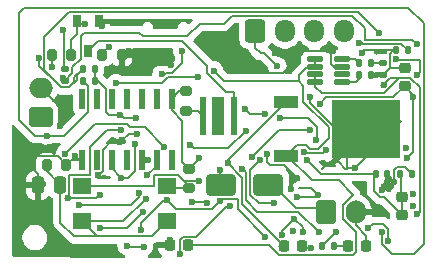
<source format=gbr>
%TF.GenerationSoftware,KiCad,Pcbnew,8.0.5*%
%TF.CreationDate,2025-02-24T18:35:13+02:00*%
%TF.ProjectId,UVCleanPCB,5556436c-6561-46e5-9043-422e6b696361,rev?*%
%TF.SameCoordinates,Original*%
%TF.FileFunction,Copper,L2,Bot*%
%TF.FilePolarity,Positive*%
%FSLAX46Y46*%
G04 Gerber Fmt 4.6, Leading zero omitted, Abs format (unit mm)*
G04 Created by KiCad (PCBNEW 8.0.5) date 2025-02-24 18:35:13*
%MOMM*%
%LPD*%
G01*
G04 APERTURE LIST*
G04 Aperture macros list*
%AMRoundRect*
0 Rectangle with rounded corners*
0 $1 Rounding radius*
0 $2 $3 $4 $5 $6 $7 $8 $9 X,Y pos of 4 corners*
0 Add a 4 corners polygon primitive as box body*
4,1,4,$2,$3,$4,$5,$6,$7,$8,$9,$2,$3,0*
0 Add four circle primitives for the rounded corners*
1,1,$1+$1,$2,$3*
1,1,$1+$1,$4,$5*
1,1,$1+$1,$6,$7*
1,1,$1+$1,$8,$9*
0 Add four rect primitives between the rounded corners*
20,1,$1+$1,$2,$3,$4,$5,0*
20,1,$1+$1,$4,$5,$6,$7,0*
20,1,$1+$1,$6,$7,$8,$9,0*
20,1,$1+$1,$8,$9,$2,$3,0*%
G04 Aperture macros list end*
%TA.AperFunction,ComponentPad*%
%ADD10RoundRect,0.250000X-0.600000X-0.725000X0.600000X-0.725000X0.600000X0.725000X-0.600000X0.725000X0*%
%TD*%
%TA.AperFunction,ComponentPad*%
%ADD11O,1.700000X1.950000*%
%TD*%
%TA.AperFunction,ComponentPad*%
%ADD12RoundRect,0.250000X0.750000X-0.600000X0.750000X0.600000X-0.750000X0.600000X-0.750000X-0.600000X0*%
%TD*%
%TA.AperFunction,ComponentPad*%
%ADD13O,2.000000X1.700000*%
%TD*%
%TA.AperFunction,SMDPad,CuDef*%
%ADD14RoundRect,0.200000X-0.275000X0.200000X-0.275000X-0.200000X0.275000X-0.200000X0.275000X0.200000X0*%
%TD*%
%TA.AperFunction,SMDPad,CuDef*%
%ADD15RoundRect,0.225000X0.225000X0.250000X-0.225000X0.250000X-0.225000X-0.250000X0.225000X-0.250000X0*%
%TD*%
%TA.AperFunction,SMDPad,CuDef*%
%ADD16R,0.533400X1.701800*%
%TD*%
%TA.AperFunction,SMDPad,CuDef*%
%ADD17R,2.100000X1.000000*%
%TD*%
%TA.AperFunction,SMDPad,CuDef*%
%ADD18R,5.850000X4.900000*%
%TD*%
%TA.AperFunction,SMDPad,CuDef*%
%ADD19R,1.600000X1.400000*%
%TD*%
%TA.AperFunction,SMDPad,CuDef*%
%ADD20RoundRect,0.147500X0.147500X0.172500X-0.147500X0.172500X-0.147500X-0.172500X0.147500X-0.172500X0*%
%TD*%
%TA.AperFunction,SMDPad,CuDef*%
%ADD21RoundRect,0.218750X0.256250X-0.218750X0.256250X0.218750X-0.256250X0.218750X-0.256250X-0.218750X0*%
%TD*%
%TA.AperFunction,SMDPad,CuDef*%
%ADD22RoundRect,0.135000X-0.135000X-0.185000X0.135000X-0.185000X0.135000X0.185000X-0.135000X0.185000X0*%
%TD*%
%TA.AperFunction,SMDPad,CuDef*%
%ADD23RoundRect,0.140000X0.140000X0.170000X-0.140000X0.170000X-0.140000X-0.170000X0.140000X-0.170000X0*%
%TD*%
%TA.AperFunction,SMDPad,CuDef*%
%ADD24RoundRect,0.135000X-0.185000X0.135000X-0.185000X-0.135000X0.185000X-0.135000X0.185000X0.135000X0*%
%TD*%
%TA.AperFunction,SMDPad,CuDef*%
%ADD25RoundRect,0.125000X-0.537500X-0.125000X0.537500X-0.125000X0.537500X0.125000X-0.537500X0.125000X0*%
%TD*%
%TA.AperFunction,SMDPad,CuDef*%
%ADD26RoundRect,0.218750X0.218750X0.256250X-0.218750X0.256250X-0.218750X-0.256250X0.218750X-0.256250X0*%
%TD*%
%TA.AperFunction,SMDPad,CuDef*%
%ADD27R,1.000000X3.200000*%
%TD*%
%TA.AperFunction,SMDPad,CuDef*%
%ADD28R,0.600000X3.200000*%
%TD*%
%TA.AperFunction,SMDPad,CuDef*%
%ADD29RoundRect,0.135000X0.185000X-0.135000X0.185000X0.135000X-0.185000X0.135000X-0.185000X-0.135000X0*%
%TD*%
%TA.AperFunction,SMDPad,CuDef*%
%ADD30RoundRect,0.140000X-0.140000X-0.170000X0.140000X-0.170000X0.140000X0.170000X-0.140000X0.170000X0*%
%TD*%
%TA.AperFunction,ComponentPad*%
%ADD31RoundRect,0.250000X-0.600000X-0.750000X0.600000X-0.750000X0.600000X0.750000X-0.600000X0.750000X0*%
%TD*%
%TA.AperFunction,ComponentPad*%
%ADD32O,1.700000X2.000000*%
%TD*%
%TA.AperFunction,SMDPad,CuDef*%
%ADD33RoundRect,0.200000X-0.200000X-0.275000X0.200000X-0.275000X0.200000X0.275000X-0.200000X0.275000X0*%
%TD*%
%TA.AperFunction,SMDPad,CuDef*%
%ADD34RoundRect,0.250000X-1.000000X-0.650000X1.000000X-0.650000X1.000000X0.650000X-1.000000X0.650000X0*%
%TD*%
%TA.AperFunction,SMDPad,CuDef*%
%ADD35RoundRect,0.250000X0.250000X0.475000X-0.250000X0.475000X-0.250000X-0.475000X0.250000X-0.475000X0*%
%TD*%
%TA.AperFunction,SMDPad,CuDef*%
%ADD36R,0.762000X1.016000*%
%TD*%
%TA.AperFunction,SMDPad,CuDef*%
%ADD37RoundRect,0.225000X-0.225000X-0.250000X0.225000X-0.250000X0.225000X0.250000X-0.225000X0.250000X0*%
%TD*%
%TA.AperFunction,SMDPad,CuDef*%
%ADD38RoundRect,0.225000X0.250000X-0.225000X0.250000X0.225000X-0.250000X0.225000X-0.250000X-0.225000X0*%
%TD*%
%TA.AperFunction,ViaPad*%
%ADD39C,0.600000*%
%TD*%
%TA.AperFunction,Conductor*%
%ADD40C,0.200000*%
%TD*%
G04 APERTURE END LIST*
D10*
%TO.P,J1,1,Pin_1*%
%TO.N,+3V3*%
X195110000Y-62490000D03*
D11*
%TO.P,J1,2,Pin_2*%
%TO.N,/SYS_SWDIO*%
X197610000Y-62490000D03*
%TO.P,J1,3,Pin_3*%
%TO.N,/SYS_SWCLK*%
X200110000Y-62490000D03*
%TO.P,J1,4,Pin_4*%
%TO.N,GND*%
X202610000Y-62490000D03*
%TD*%
D12*
%TO.P,J2,1,Pin_1*%
%TO.N,Net-(D2-A)*%
X176930000Y-69790000D03*
D13*
%TO.P,J2,2,Pin_2*%
%TO.N,GND*%
X176930000Y-67290000D03*
%TD*%
D14*
%TO.P,R7,2*%
%TO.N,/OFF*%
X189500000Y-75800000D03*
%TO.P,R7,1*%
%TO.N,+6V*%
X189500000Y-74150000D03*
%TD*%
D15*
%TO.P,C16,1*%
%TO.N,B+*%
X189400000Y-80600000D03*
%TO.P,C16,2*%
%TO.N,GND*%
X187850000Y-80600000D03*
%TD*%
D16*
%TO.P,U3,1,~1RD*%
%TO.N,unconnected-(U3-~1RD-Pad1)*%
X188047500Y-73390800D03*
%TO.P,U3,2,1D*%
%TO.N,/ON*%
X186777500Y-73390800D03*
%TO.P,U3,3,1CP*%
%TO.N,Net-(SW5-B)*%
X185507500Y-73390800D03*
%TO.P,U3,4,~1SD*%
%TO.N,unconnected-(U3-~1SD-Pad4)*%
X184237500Y-73390800D03*
%TO.P,U3,5,1Q*%
%TO.N,B+ PWRBTN*%
X182967500Y-73390800D03*
%TO.P,U3,6,~1Q*%
%TO.N,unconnected-(U3-~1Q-Pad6)*%
X181697500Y-73390800D03*
%TO.P,U3,7,GND*%
%TO.N,GND*%
X180427500Y-73390800D03*
%TO.P,U3,8,~2Q*%
%TO.N,unconnected-(U3-~2Q-Pad8)*%
X180427500Y-68209200D03*
%TO.P,U3,9,2Q*%
%TO.N,unconnected-(U3-2Q-Pad9)*%
X181697500Y-68209200D03*
%TO.P,U3,10,~2SD*%
%TO.N,unconnected-(U3-~2SD-Pad10)*%
X182967500Y-68209200D03*
%TO.P,U3,11,2CP*%
%TO.N,unconnected-(U3-2CP-Pad11)*%
X184237500Y-68209200D03*
%TO.P,U3,12,2D*%
%TO.N,unconnected-(U3-2D-Pad12)*%
X185507500Y-68209200D03*
%TO.P,U3,13,~2RD*%
%TO.N,unconnected-(U3-~2RD-Pad13)*%
X186777500Y-68209200D03*
%TO.P,U3,14,VCC*%
%TO.N,+6V*%
X188047500Y-68209200D03*
%TD*%
D17*
%TO.P,IC2,1,INPUT*%
%TO.N,B+*%
X197680000Y-73080000D03*
%TO.P,IC2,3,OUTPUT*%
%TO.N,+6V*%
X197680000Y-68520000D03*
D18*
%TO.P,IC2,4,GND_(THERMALPAD)*%
%TO.N,GND*%
X204480000Y-70800000D03*
%TD*%
D19*
%TO.P,S1,4*%
%TO.N,/OFF*%
X180400000Y-75600000D03*
%TO.P,S1,3*%
X187600000Y-75600000D03*
%TO.P,S1,2*%
%TO.N,/ON*%
X180400000Y-78600000D03*
%TO.P,S1,1*%
X187600000Y-78600000D03*
%TD*%
D20*
%TO.P,D6,1,K*%
%TO.N,Net-(D6-K)*%
X204885000Y-65200000D03*
%TO.P,D6,2,A*%
%TO.N,Net-(D6-A)*%
X203915000Y-65200000D03*
%TD*%
D21*
%TO.P,FB1,1*%
%TO.N,+3V3A*%
X207500000Y-78087500D03*
%TO.P,FB1,2*%
X207500000Y-76512500D03*
%TD*%
D22*
%TO.P,R2,1*%
%TO.N,Net-(U4-PROG)*%
X203880000Y-66200000D03*
%TO.P,R2,2*%
%TO.N,GND*%
X204900000Y-66200000D03*
%TD*%
D23*
%TO.P,C11,1*%
%TO.N,Net-(D7-K)*%
X208020000Y-64120000D03*
%TO.P,C11,2*%
%TO.N,GND*%
X207060000Y-64120000D03*
%TD*%
D24*
%TO.P,R5,1*%
%TO.N,Net-(D6-K)*%
X205900000Y-65180000D03*
%TO.P,R5,2*%
%TO.N,GND*%
X205900000Y-66200000D03*
%TD*%
D25*
%TO.P,U4,1,V_{DD}*%
%TO.N,Net-(D7-K)*%
X200170000Y-66790000D03*
%TO.P,U4,2,V_{DD}*%
X200170000Y-66140000D03*
%TO.P,U4,3,V_{BAT}*%
%TO.N,B+*%
X200170000Y-65490000D03*
%TO.P,U4,4,V_{BAT}*%
X200170000Y-64840000D03*
%TO.P,U4,5,STAT*%
%TO.N,Net-(D6-A)*%
X202445000Y-64840000D03*
%TO.P,U4,6,V_{SS}*%
%TO.N,GND*%
X202445000Y-65490000D03*
%TO.P,U4,7,NC*%
%TO.N,unconnected-(U4-NC-Pad7)*%
X202445000Y-66140000D03*
%TO.P,U4,8,PROG*%
%TO.N,Net-(U4-PROG)*%
X202445000Y-66790000D03*
%TD*%
D26*
%TO.P,D8,1,K*%
%TO.N,GND*%
X204500000Y-80700000D03*
%TO.P,D8,2,A*%
%TO.N,Net-(D8-A)*%
X202925000Y-80700000D03*
%TD*%
D27*
%TO.P,U7,THERM*%
%TO.N,unconnected-(U7-PadTHERM)*%
X191990000Y-69670000D03*
D28*
%TO.P,U7,-*%
%TO.N,Net-(Q2-Pad1)*%
X193290000Y-69670000D03*
%TO.P,U7,+*%
%TO.N,Net-(R14-Pad2)*%
X190690000Y-69670000D03*
%TD*%
D14*
%TO.P,R14,1*%
%TO.N,+6V*%
X189220000Y-67575000D03*
%TO.P,R14,2*%
%TO.N,Net-(R14-Pad2)*%
X189220000Y-69225000D03*
%TD*%
D29*
%TO.P,R18,1*%
%TO.N,A11_I2C1_CS*%
X179020000Y-66720000D03*
%TO.P,R18,2*%
%TO.N,+3V3*%
X179020000Y-65700000D03*
%TD*%
D22*
%TO.P,R19,1*%
%TO.N,A9_I2C1_SCL*%
X180500000Y-66700000D03*
%TO.P,R19,2*%
%TO.N,+3V3*%
X181520000Y-66700000D03*
%TD*%
D30*
%TO.P,C8,1*%
%TO.N,+3V3A*%
X207390000Y-74590000D03*
%TO.P,C8,2*%
%TO.N,GND*%
X208350000Y-74590000D03*
%TD*%
D31*
%TO.P,J3,1,Pin_1*%
%TO.N,Net-(D7-A)*%
X201100000Y-77800000D03*
D32*
%TO.P,J3,2,Pin_2*%
%TO.N,GND*%
X203600000Y-77800000D03*
%TD*%
D33*
%TO.P,R12,1*%
%TO.N,A1*%
X177875000Y-64500000D03*
%TO.P,R12,2*%
%TO.N,Net-(Q2-Pad2)*%
X179525000Y-64500000D03*
%TD*%
%TO.P,R13,2*%
%TO.N,GND*%
X183800000Y-64500000D03*
%TO.P,R13,1*%
%TO.N,Net-(Q2-Pad2)*%
X182150000Y-64500000D03*
%TD*%
D34*
%TO.P,D7,1,K*%
%TO.N,Net-(D7-K)*%
X192190000Y-75470000D03*
%TO.P,D7,2,A*%
%TO.N,Net-(D7-A)*%
X196190000Y-75470000D03*
%TD*%
D22*
%TO.P,R20,1*%
%TO.N,A10_I2C1_SDA*%
X180480000Y-65700000D03*
%TO.P,R20,2*%
%TO.N,+3V3*%
X181500000Y-65700000D03*
%TD*%
D33*
%TO.P,R17,1*%
%TO.N,/ON*%
X177450000Y-73800000D03*
%TO.P,R17,2*%
%TO.N,GND*%
X179100000Y-73800000D03*
%TD*%
D35*
%TO.P,C18,1*%
%TO.N,/ON*%
X178600000Y-75550000D03*
%TO.P,C18,2*%
%TO.N,GND*%
X176700000Y-75550000D03*
%TD*%
D36*
%TO.P,Q2,1*%
%TO.N,Net-(Q2-Pad1)*%
X180947500Y-64140000D03*
%TO.P,Q2,2*%
%TO.N,Net-(Q2-Pad2)*%
X179995000Y-61600000D03*
%TO.P,Q2,3*%
%TO.N,GND*%
X181900000Y-61600000D03*
%TD*%
D37*
%TO.P,C17,1*%
%TO.N,+6V*%
X197550000Y-80700000D03*
%TO.P,C17,2*%
%TO.N,GND*%
X199100000Y-80700000D03*
%TD*%
D22*
%TO.P,R6,1*%
%TO.N,A7_STATUS_LED2*%
X200780000Y-80700000D03*
%TO.P,R6,2*%
%TO.N,Net-(D8-A)*%
X201800000Y-80700000D03*
%TD*%
D38*
%TO.P,C5,1*%
%TO.N,+3V3*%
X207760000Y-67140000D03*
%TO.P,C5,2*%
%TO.N,GND*%
X207760000Y-65590000D03*
%TD*%
D30*
%TO.P,C6,1*%
%TO.N,+3V3A*%
X205330000Y-74610000D03*
%TO.P,C6,2*%
%TO.N,GND*%
X206290000Y-74610000D03*
%TD*%
D39*
%TO.N,Net-(D7-K)*%
X203920697Y-63495760D03*
X205999999Y-67014440D03*
%TO.N,GND*%
X206860000Y-75256366D03*
%TO.N,+3V3*%
X207920000Y-73251408D03*
%TO.N,A9_I2C1_SCL*%
X208470000Y-76253193D03*
%TO.N,+3V3A*%
X199525000Y-73400116D03*
%TO.N,GND*%
X205823379Y-75946621D03*
X195230000Y-65470000D03*
X201665528Y-64167710D03*
X187941091Y-65371091D03*
X179850000Y-73050000D03*
X199720000Y-68050000D03*
X177125000Y-75425000D03*
X181940000Y-79150000D03*
X204160000Y-64300000D03*
X183830000Y-71730000D03*
X182150000Y-62070000D03*
X198650000Y-74943909D03*
X185000000Y-65783011D03*
X175571972Y-73437290D03*
X196750000Y-64350000D03*
X196110000Y-72880000D03*
X178590000Y-70500000D03*
X185120000Y-71160000D03*
X185583909Y-77806091D03*
X183730000Y-65610000D03*
X206441206Y-74980000D03*
X198230000Y-65270000D03*
X199850000Y-80875000D03*
X184420000Y-64150000D03*
X198158108Y-75851892D03*
X204160000Y-64300000D03*
X187900000Y-80160000D03*
X177720000Y-72300000D03*
X203510000Y-74040000D03*
X181760000Y-74691702D03*
%TO.N,+3V3*%
X183667620Y-69550000D03*
X196960000Y-65470000D03*
X200590000Y-68630000D03*
X184236937Y-80635946D03*
X187200000Y-66120000D03*
X178800000Y-62350000D03*
X184970000Y-69880000D03*
X183763909Y-70886091D03*
X185650000Y-80720000D03*
X179220000Y-76648909D03*
X208470000Y-68060000D03*
X188920000Y-64170000D03*
X181940000Y-76340000D03*
%TO.N,B+*%
X183304127Y-66913765D03*
X190250000Y-66370000D03*
X191585546Y-65826636D03*
%TO.N,Net-(D7-K)*%
X192120000Y-74200000D03*
X194010000Y-74130000D03*
X200470000Y-79510000D03*
X206360000Y-80220000D03*
X208820000Y-77973326D03*
X204640000Y-79190000D03*
%TO.N,B+ PWRBTN*%
X184930000Y-72010000D03*
X183760000Y-74880000D03*
%TO.N,+6V*%
X190350000Y-73190000D03*
X192767500Y-73622500D03*
%TO.N,A4_USER_BTN*%
X199120000Y-79530000D03*
X198410000Y-78380000D03*
X185430000Y-79320000D03*
X197390000Y-79745002D03*
X187620000Y-76800000D03*
X200378678Y-76360418D03*
X192140000Y-76850000D03*
X198650000Y-76490000D03*
X195961091Y-79888909D03*
%TO.N,Net-(Q1-Pad2)*%
X196700000Y-77050000D03*
X195531742Y-73410798D03*
%TO.N,Net-(Q2-Pad2)*%
X180720000Y-61840000D03*
X182680000Y-63840000D03*
%TO.N,A7_STATUS_LED2*%
X201950000Y-79530000D03*
%TO.N,A0*%
X201105001Y-72552818D03*
X195936091Y-69486091D03*
X197160598Y-69869039D03*
X199188590Y-72691409D03*
X200260000Y-71660000D03*
X194240000Y-69090000D03*
%TO.N,A1*%
X192930000Y-77250000D03*
X188713107Y-81347916D03*
X177910000Y-65510000D03*
%TO.N,A11_I2C1_CS*%
X208760000Y-63580000D03*
X178797916Y-66419371D03*
%TO.N,A9_I2C1_SCL*%
X205810000Y-79480000D03*
X177490000Y-71350000D03*
X208470000Y-77310000D03*
X207855002Y-72370000D03*
%TO.N,A10_I2C1_SDA*%
X207034239Y-64880000D03*
X208820000Y-66175000D03*
X205620000Y-62660000D03*
X176830000Y-64770000D03*
%TO.N,/ON*%
X185860000Y-76660000D03*
X185940000Y-74700000D03*
%TO.N,/OFF*%
X190350000Y-75180000D03*
%TO.N,Net-(SW5-B)*%
X186060798Y-73420000D03*
%TO.N,A5_LSM6DS3TR_INT1*%
X180221091Y-77198909D03*
X189760000Y-76970000D03*
X190990000Y-77020000D03*
X198288397Y-79378397D03*
X185220000Y-76230000D03*
%TO.N,A6_LSM6DS3TR_INT2*%
X187412501Y-72281336D03*
X194290000Y-70930000D03*
X179007659Y-72857659D03*
X189600000Y-72160000D03*
X194835000Y-73133216D03*
X199770000Y-70860000D03*
%TD*%
D40*
%TO.N,/ON*%
X181670000Y-79870000D02*
X180400000Y-78600000D01*
X186330000Y-79870000D02*
X181670000Y-79870000D01*
X187600000Y-78600000D02*
X186330000Y-79870000D01*
%TO.N,/OFF*%
X189500000Y-75800000D02*
X189500000Y-75616938D01*
X189500000Y-75616938D02*
X189033062Y-75150000D01*
%TO.N,Net-(D7-K)*%
X204245660Y-63560000D02*
X207460000Y-63560000D01*
X203920697Y-63495760D02*
X204181420Y-63495760D01*
X207460000Y-63560000D02*
X208020000Y-64120000D01*
X204181420Y-63495760D02*
X204245660Y-63560000D01*
X205964439Y-67050000D02*
X205999999Y-67014440D01*
X205780000Y-67050000D02*
X205964439Y-67050000D01*
X206528214Y-66440000D02*
X205918214Y-67050000D01*
X205918214Y-67050000D02*
X205780000Y-67050000D01*
X208212986Y-66440000D02*
X206528214Y-66440000D01*
%TO.N,A10_I2C1_SDA*%
X207044239Y-64890000D02*
X207034239Y-64880000D01*
X209020000Y-64890000D02*
X207044239Y-64890000D01*
X209020000Y-65975000D02*
X209020000Y-64890000D01*
X208820000Y-66175000D02*
X209020000Y-65975000D01*
%TO.N,GND*%
X206860000Y-74254576D02*
X206860000Y-75256366D01*
X207790000Y-74030000D02*
X207084576Y-74030000D01*
X207084576Y-74030000D02*
X206860000Y-74254576D01*
X208350000Y-74590000D02*
X207790000Y-74030000D01*
%TO.N,+3V3*%
X208450000Y-68080000D02*
X208470000Y-68060000D01*
X208450000Y-72721408D02*
X208450000Y-68080000D01*
X207920000Y-73251408D02*
X208450000Y-72721408D01*
%TO.N,GND*%
X196932290Y-64167710D02*
X201665528Y-64167710D01*
X196750000Y-64350000D02*
X196932290Y-64167710D01*
%TO.N,B+*%
X199170000Y-67098794D02*
X198781206Y-66710000D01*
X199170000Y-68482792D02*
X199170000Y-67098794D01*
X198781206Y-66216295D02*
X198781206Y-66710000D01*
X199507501Y-65490000D02*
X198781206Y-66216295D01*
X200170000Y-65490000D02*
X199507501Y-65490000D01*
X200170000Y-65490000D02*
X200170000Y-64840000D01*
%TO.N,GND*%
X201532500Y-65239999D02*
X201532500Y-64300738D01*
X201532500Y-64300738D02*
X201665528Y-64167710D01*
X201782501Y-65490000D02*
X201532500Y-65239999D01*
X202445000Y-65490000D02*
X201782501Y-65490000D01*
%TO.N,Net-(U4-PROG)*%
X203609999Y-66790000D02*
X202445000Y-66790000D01*
X203880000Y-66519999D02*
X203609999Y-66790000D01*
%TO.N,Net-(D6-A)*%
X203555000Y-64840000D02*
X202445000Y-64840000D01*
X203915000Y-65200000D02*
X203555000Y-64840000D01*
%TO.N,Net-(D7-K)*%
X200170000Y-67167500D02*
X200170000Y-66790000D01*
X200162500Y-67175000D02*
X200170000Y-67167500D01*
X200170000Y-66790000D02*
X200170000Y-66225000D01*
X209020000Y-77773326D02*
X208820000Y-77973326D01*
X209020000Y-67247014D02*
X209020000Y-77773326D01*
X208212986Y-66440000D02*
X209020000Y-67247014D01*
X200737500Y-67750000D02*
X205997014Y-67750000D01*
X205997014Y-67750000D02*
X207307014Y-66440000D01*
X200162500Y-67175000D02*
X200737500Y-67750000D01*
X207307014Y-66440000D02*
X208212986Y-66440000D01*
%TO.N,+3V3*%
X195110000Y-63920000D02*
X195110000Y-62490000D01*
X195560000Y-64370000D02*
X195110000Y-63920000D01*
%TO.N,A11_I2C1_CS*%
X204390635Y-63210000D02*
X208390000Y-63210000D01*
X204390635Y-62252635D02*
X204390635Y-63210000D01*
X193098000Y-61192000D02*
X203330000Y-61192000D01*
X192415000Y-61875000D02*
X193098000Y-61192000D01*
X190389975Y-61875000D02*
X192415000Y-61875000D01*
X189354975Y-62910000D02*
X190389975Y-61875000D01*
X208390000Y-63210000D02*
X208760000Y-63580000D01*
X179630000Y-66055026D02*
X179630000Y-65511938D01*
X180316500Y-62938475D02*
X180634975Y-62620000D01*
X179020000Y-66665026D02*
X179630000Y-66055026D01*
X185590000Y-62910000D02*
X189354975Y-62910000D01*
X180316500Y-64825438D02*
X180316500Y-62938475D01*
X180634975Y-62620000D02*
X185300000Y-62620000D01*
X203330000Y-61192000D02*
X204390635Y-62252635D01*
X179020000Y-66720000D02*
X179020000Y-66665026D01*
X185300000Y-62620000D02*
X185590000Y-62910000D01*
X179630000Y-65511938D02*
X180316500Y-64825438D01*
%TO.N,A10_I2C1_SDA*%
X203802000Y-60842000D02*
X205620000Y-62660000D01*
X179364000Y-60842000D02*
X203802000Y-60842000D01*
X177225000Y-62981000D02*
X179364000Y-60842000D01*
X177225000Y-65793214D02*
X177225000Y-62981000D01*
X178671786Y-67240000D02*
X177225000Y-65793214D01*
X179774975Y-66405026D02*
X179774975Y-66833239D01*
X179774975Y-66833239D02*
X179368214Y-67240000D01*
X180480000Y-65700000D02*
X179774975Y-66405026D01*
X179368214Y-67240000D02*
X178671786Y-67240000D01*
%TO.N,GND*%
X207430001Y-70119999D02*
X203510000Y-74040000D01*
%TO.N,+3V3A*%
X199525000Y-73429974D02*
X199525000Y-73400116D01*
X200685026Y-74590000D02*
X199525000Y-73429974D01*
X205160000Y-74590000D02*
X200685026Y-74590000D01*
X205648940Y-76550000D02*
X205962500Y-76550000D01*
X205160000Y-76061060D02*
X205648940Y-76550000D01*
X205160000Y-74590000D02*
X205160000Y-76061060D01*
X205350000Y-74400000D02*
X205160000Y-74590000D01*
X207410000Y-76422500D02*
X207500000Y-76512500D01*
X207410000Y-74380000D02*
X207410000Y-76422500D01*
%TO.N,GND*%
X201458238Y-64375000D02*
X201665528Y-64167710D01*
X202175424Y-73600000D02*
X201350000Y-73600000D01*
X201350000Y-73600000D02*
X200770000Y-74180000D01*
X196380000Y-73830000D02*
X196110000Y-73560000D01*
X204340000Y-64120000D02*
X204160000Y-64300000D01*
X176930000Y-67290000D02*
X178590000Y-68950000D01*
X180427500Y-73390800D02*
X180190800Y-73390800D01*
X206441206Y-74980000D02*
X206441206Y-75328794D01*
X177720000Y-72300000D02*
X176709262Y-72300000D01*
X197536091Y-73830000D02*
X196380000Y-73830000D01*
X197310000Y-64350000D02*
X198230000Y-65270000D01*
X176700000Y-74565318D02*
X175571972Y-73437290D01*
X182214200Y-74345800D02*
X181868298Y-74691702D01*
X199720000Y-68050000D02*
X199720000Y-68537818D01*
X185411920Y-65371091D02*
X187941091Y-65371091D01*
X178590000Y-68950000D02*
X178590000Y-70500000D01*
X179100000Y-73800000D02*
X178375000Y-73075000D01*
X202830000Y-72450000D02*
X204480000Y-70800000D01*
X181868298Y-74691702D02*
X181760000Y-74691702D01*
X206470000Y-64430001D02*
X206780001Y-64120000D01*
X183830000Y-71730000D02*
X184400000Y-71160000D01*
X178375000Y-73075000D02*
X175934262Y-73075000D01*
X187850000Y-80600000D02*
X187850000Y-80210000D01*
X202830000Y-74160000D02*
X202830000Y-72450000D01*
X179509200Y-73390800D02*
X179100000Y-73800000D01*
X199850000Y-80875000D02*
X199275000Y-80875000D01*
X183730000Y-64570000D02*
X183800000Y-64500000D01*
X175934262Y-73075000D02*
X175571972Y-73437290D01*
X198230000Y-65270000D02*
X199125000Y-64375000D01*
X182150000Y-61850000D02*
X181900000Y-61600000D01*
X185000000Y-65783011D02*
X185606991Y-65783011D01*
X207060000Y-64120000D02*
X204340000Y-64120000D01*
X201982182Y-70800000D02*
X204480000Y-70800000D01*
X202950000Y-74040000D02*
X202830000Y-74160000D01*
X183730000Y-65610000D02*
X183730000Y-64570000D01*
X183800000Y-64500000D02*
X184070000Y-64500000D01*
X196110000Y-73560000D02*
X196110000Y-72880000D01*
X206441206Y-75328794D02*
X205823379Y-75946621D01*
X203600000Y-78927818D02*
X203600000Y-77800000D01*
X195780000Y-66020000D02*
X195230000Y-65470000D01*
X204500000Y-79827818D02*
X203600000Y-78927818D01*
X184240000Y-79150000D02*
X181940000Y-79150000D01*
X206470000Y-65550000D02*
X206470000Y-64430001D01*
X180190800Y-73390800D02*
X179850000Y-73050000D01*
X199720000Y-68537818D02*
X201982182Y-70800000D01*
X198230000Y-65270000D02*
X197480000Y-66020000D01*
X204500000Y-80700000D02*
X204500000Y-79827818D01*
X206510000Y-65590000D02*
X207760000Y-65590000D01*
X177125000Y-75425000D02*
X176775000Y-75425000D01*
X197480000Y-66020000D02*
X195780000Y-66020000D01*
X183010700Y-71730000D02*
X182214200Y-72526500D01*
X202830000Y-74160000D02*
X202735424Y-74160000D01*
X185000000Y-65783011D02*
X185411920Y-65371091D01*
X205900000Y-66200000D02*
X206510000Y-65590000D01*
X187850000Y-80210000D02*
X187900000Y-80160000D01*
X199275000Y-80875000D02*
X199100000Y-80700000D01*
X182214200Y-72526500D02*
X182214200Y-74345800D01*
X185583909Y-77806091D02*
X184240000Y-79150000D01*
X203510000Y-74040000D02*
X202950000Y-74040000D01*
X184400000Y-71160000D02*
X185120000Y-71160000D01*
X206780001Y-64120000D02*
X207060000Y-64120000D01*
X198650000Y-74943909D02*
X197536091Y-73830000D01*
X176709262Y-72300000D02*
X175571972Y-73437290D01*
X180427500Y-73390800D02*
X179509200Y-73390800D01*
X196750000Y-64350000D02*
X197310000Y-64350000D01*
X204900000Y-66200000D02*
X205900000Y-66200000D01*
X182150000Y-62070000D02*
X182150000Y-61850000D01*
X176775000Y-75425000D02*
X176700000Y-75500000D01*
X183830000Y-71730000D02*
X183010700Y-71730000D01*
X202735424Y-74160000D02*
X202175424Y-73600000D01*
X176700000Y-75500000D02*
X176700000Y-74565318D01*
X206510000Y-65590000D02*
X206470000Y-65550000D01*
X184070000Y-64500000D02*
X184420000Y-64150000D01*
%TO.N,+3V3*%
X182584609Y-70886091D02*
X183763909Y-70886091D01*
X183997620Y-69880000D02*
X184970000Y-69880000D01*
X184320991Y-80720000D02*
X184236937Y-80635946D01*
X183667620Y-69550000D02*
X182690700Y-69550000D01*
X208470000Y-68060000D02*
X208470000Y-67850000D01*
X178875000Y-62425000D02*
X178800000Y-62350000D01*
X187582843Y-66020000D02*
X187482843Y-66120000D01*
X200590000Y-68630000D02*
X201120000Y-68100000D01*
X185650000Y-80720000D02*
X184320991Y-80720000D01*
X183667620Y-69550000D02*
X183997620Y-69880000D01*
X206800000Y-68100000D02*
X207760000Y-67140000D01*
X179350000Y-76518909D02*
X179350000Y-74650000D01*
X179020000Y-65700000D02*
X178875000Y-65555000D01*
X179350000Y-74650000D02*
X181150000Y-74650000D01*
X182690700Y-69550000D02*
X182450800Y-69310100D01*
X187482843Y-66120000D02*
X187200000Y-66120000D01*
X181805900Y-66700000D02*
X181520000Y-66700000D01*
X188070000Y-66020000D02*
X187582843Y-66020000D01*
X208470000Y-67850000D02*
X207760000Y-67140000D01*
X188920000Y-65170000D02*
X188070000Y-66020000D01*
X182450800Y-69310100D02*
X182450800Y-67344900D01*
X181500000Y-66680000D02*
X181520000Y-66700000D01*
X178875000Y-65555000D02*
X178875000Y-62425000D01*
X182450800Y-67344900D02*
X181805900Y-66700000D01*
X195560000Y-64370000D02*
X195860000Y-64370000D01*
X181940000Y-76340000D02*
X181631091Y-76648909D01*
X179028909Y-76648909D02*
X179220000Y-76648909D01*
X179220000Y-76648909D02*
X179350000Y-76518909D01*
X195860000Y-64370000D02*
X196960000Y-65470000D01*
X181150000Y-72320700D02*
X182584609Y-70886091D01*
X181500000Y-65700000D02*
X181500000Y-66680000D01*
X181631091Y-76648909D02*
X179028909Y-76648909D01*
X181150000Y-74650000D02*
X181150000Y-72320700D01*
X188920000Y-64170000D02*
X188920000Y-65170000D01*
X201120000Y-68100000D02*
X206800000Y-68100000D01*
%TO.N,+3V3A*%
X207500000Y-76512500D02*
X207500000Y-78087500D01*
X207500000Y-78087500D02*
X205962500Y-76550000D01*
%TO.N,B+*%
X190250000Y-66370000D02*
X187727818Y-66370000D01*
X199416408Y-72141409D02*
X198618591Y-72141409D01*
X187727818Y-66370000D02*
X187184053Y-66913765D01*
X199170000Y-68482792D02*
X201305000Y-70617792D01*
X187184053Y-66913765D02*
X183304127Y-66913765D01*
X191585546Y-65826636D02*
X192468910Y-66710000D01*
X202500000Y-78410000D02*
X203612500Y-79522500D01*
X197830000Y-73080000D02*
X199870000Y-75120000D01*
X199870000Y-75120000D02*
X202170000Y-75120000D01*
X203612500Y-81156474D02*
X203343974Y-81425000D01*
X200416409Y-72463591D02*
X199738590Y-72463591D01*
X189400000Y-80600000D02*
X189430000Y-80570000D01*
X202500000Y-77194365D02*
X202500000Y-78410000D01*
X192468910Y-66710000D02*
X198781206Y-66710000D01*
X201305000Y-70617792D02*
X201305000Y-71575000D01*
X201305000Y-71575000D02*
X200416409Y-72463591D01*
X196297014Y-80600000D02*
X189400000Y-80600000D01*
X197680000Y-73080000D02*
X197830000Y-73080000D01*
X203612500Y-79522500D02*
X203612500Y-81156474D01*
X199738590Y-72463591D02*
X199416408Y-72141409D01*
X197122014Y-81425000D02*
X196297014Y-80600000D01*
X203343974Y-81425000D02*
X197122014Y-81425000D01*
X202170000Y-75120000D02*
X203372182Y-76322182D01*
X198618591Y-72141409D02*
X197680000Y-73080000D01*
X203372182Y-76322182D02*
X202500000Y-77194365D01*
%TO.N,Net-(D7-K)*%
X195280000Y-77770000D02*
X198730000Y-77770000D01*
X206360000Y-79252182D02*
X205893453Y-78785635D01*
X192120000Y-74200000D02*
X192120000Y-75400000D01*
X198730000Y-77770000D02*
X200470000Y-79510000D01*
X205044365Y-78785635D02*
X204640000Y-79190000D01*
X205893453Y-78785635D02*
X205044365Y-78785635D01*
X192120000Y-75400000D02*
X192190000Y-75470000D01*
X194010000Y-74130000D02*
X194330000Y-74450000D01*
X206360000Y-80220000D02*
X206360000Y-79252182D01*
X208020000Y-64120000D02*
X207925424Y-64120000D01*
X194330000Y-74450000D02*
X194330000Y-76820000D01*
X194330000Y-76820000D02*
X195280000Y-77770000D01*
%TO.N,B+ PWRBTN*%
X182967500Y-74087500D02*
X183760000Y-74880000D01*
X183760000Y-74880000D02*
X184350000Y-74880000D01*
X184930000Y-74300000D02*
X184930000Y-72010000D01*
X184350000Y-74880000D02*
X184930000Y-74300000D01*
X182967500Y-73390800D02*
X182967500Y-74087500D01*
%TO.N,+6V*%
X189220000Y-67575000D02*
X188681700Y-67575000D01*
X188681700Y-67575000D02*
X188047500Y-68209200D01*
X188940000Y-73590000D02*
X188940000Y-70061938D01*
X192767500Y-73622500D02*
X192767500Y-73432500D01*
X190350000Y-73190000D02*
X190350000Y-73300000D01*
X189500000Y-74150000D02*
X188940000Y-73590000D01*
X190350000Y-73300000D02*
X189500000Y-74150000D01*
X193980000Y-77130000D02*
X197550000Y-80700000D01*
X197140000Y-80700000D02*
X197550000Y-80700000D01*
X193980000Y-74895966D02*
X193980000Y-77130000D01*
X192767500Y-73622500D02*
X192767500Y-73683466D01*
X192767500Y-73432500D02*
X197680000Y-68520000D01*
X192767500Y-73683466D02*
X193980000Y-74895966D01*
X188940000Y-70061938D02*
X188047500Y-69169438D01*
X188047500Y-69169438D02*
X188047500Y-68209200D01*
%TO.N,/ON*%
X179780000Y-79870000D02*
X186330000Y-79870000D01*
X177450000Y-73800000D02*
X177450000Y-74350000D01*
X177450000Y-74350000D02*
X178600000Y-75500000D01*
X178600000Y-78690000D02*
X179780000Y-79870000D01*
X178600000Y-75500000D02*
X178600000Y-78690000D01*
%TO.N,A4_USER_BTN*%
X191420000Y-77570000D02*
X192140000Y-76850000D01*
X187620000Y-76800000D02*
X188390000Y-77570000D01*
X199818260Y-75800000D02*
X198820000Y-75800000D01*
X187400000Y-76800000D02*
X187620000Y-76800000D01*
X188390000Y-77570000D02*
X191420000Y-77570000D01*
X197390000Y-79400000D02*
X198410000Y-78380000D01*
X200249096Y-76490000D02*
X200378678Y-76360418D01*
X185430000Y-78770000D02*
X187400000Y-76800000D01*
X193630000Y-76700000D02*
X193630000Y-77557818D01*
X198650000Y-76490000D02*
X200249096Y-76490000D01*
X192140000Y-76850000D02*
X192290000Y-76700000D01*
X185430000Y-79320000D02*
X185430000Y-78770000D01*
X193630000Y-77557818D02*
X195961091Y-79888909D01*
X199120000Y-79090000D02*
X198410000Y-78380000D01*
X199120000Y-79530000D02*
X199120000Y-79090000D01*
X197390000Y-79745002D02*
X197390000Y-79400000D01*
X192290000Y-76700000D02*
X193630000Y-76700000D01*
X200378678Y-76360418D02*
X199818260Y-75800000D01*
%TO.N,Net-(D6-A)*%
X203890000Y-65225000D02*
X203915000Y-65200000D01*
%TO.N,Net-(D6-K)*%
X204885000Y-65200000D02*
X205880000Y-65200000D01*
X205880000Y-65200000D02*
X205900000Y-65180000D01*
%TO.N,Net-(D7-A)*%
X196190000Y-75470000D02*
X196590000Y-75470000D01*
X200720000Y-77420000D02*
X201100000Y-77800000D01*
X196590000Y-75470000D02*
X198540000Y-77420000D01*
X198540000Y-77420000D02*
X200720000Y-77420000D01*
%TO.N,Net-(D8-A)*%
X202925000Y-80700000D02*
X201800000Y-80700000D01*
%TO.N,Net-(Q1-Pad2)*%
X195405966Y-77050000D02*
X194690000Y-76334034D01*
X196700000Y-77050000D02*
X195405966Y-77050000D01*
X194690000Y-76334034D02*
X194690000Y-74252540D01*
X194690000Y-74252540D02*
X195531742Y-73410798D01*
%TO.N,Net-(Q2-Pad1)*%
X191035546Y-65415546D02*
X188910000Y-63290000D01*
X191035546Y-66054454D02*
X191035546Y-65415546D01*
X193290000Y-69670000D02*
X193290000Y-67670000D01*
X181797500Y-63290000D02*
X180947500Y-64140000D01*
X188910000Y-63290000D02*
X181797500Y-63290000D01*
X192651092Y-67670000D02*
X191035546Y-66054454D01*
X193290000Y-67670000D02*
X192651092Y-67670000D01*
%TO.N,Net-(Q2-Pad2)*%
X182150000Y-64500000D02*
X182150000Y-64370000D01*
X179525000Y-63235000D02*
X179525000Y-64500000D01*
X180720000Y-61840000D02*
X180235000Y-61840000D01*
X180235000Y-61840000D02*
X179995000Y-61600000D01*
X182150000Y-64370000D02*
X182680000Y-63840000D01*
X179995000Y-62765000D02*
X179525000Y-63235000D01*
X179995000Y-61600000D02*
X179995000Y-62765000D01*
%TO.N,Net-(U4-PROG)*%
X203880000Y-66200000D02*
X203880000Y-66519999D01*
%TO.N,A7_STATUS_LED2*%
X200780000Y-80700000D02*
X201950000Y-79530000D01*
%TO.N,/OFF*%
X187800000Y-75800000D02*
X187600000Y-75600000D01*
%TO.N,A0*%
X199188590Y-72691409D02*
X199310772Y-72813591D01*
X200260000Y-71660000D02*
X200320000Y-71600000D01*
X199579039Y-69869039D02*
X197160598Y-69869039D01*
X200320000Y-70610000D02*
X199579039Y-69869039D01*
X195936091Y-69486091D02*
X194636091Y-69486091D01*
X200844228Y-72813591D02*
X201105001Y-72552818D01*
X199310772Y-72813591D02*
X200844228Y-72813591D01*
X194636091Y-69486091D02*
X194240000Y-69090000D01*
X200320000Y-71600000D02*
X200320000Y-70610000D01*
%TO.N,A1*%
X192930000Y-77250000D02*
X192698560Y-77250000D01*
X188972014Y-79875000D02*
X188700000Y-80147014D01*
X177910000Y-65510000D02*
X177910000Y-64535000D01*
X188700000Y-80147014D02*
X188700000Y-81334809D01*
X177910000Y-64535000D02*
X177875000Y-64500000D01*
X188700000Y-81334809D02*
X188713107Y-81347916D01*
X190073560Y-79875000D02*
X188972014Y-79875000D01*
X192698560Y-77250000D02*
X190073560Y-79875000D01*
%TO.N,Net-(R14-Pad2)*%
X189220000Y-69225000D02*
X190245000Y-69225000D01*
X190245000Y-69225000D02*
X190690000Y-69670000D01*
%TO.N,A11_I2C1_CS*%
X178800000Y-66380000D02*
X178797916Y-66382084D01*
X179020000Y-66600000D02*
X178800000Y-66380000D01*
X179020000Y-66720000D02*
X179020000Y-66600000D01*
X178797916Y-66382084D02*
X178797916Y-66419371D01*
%TO.N,A9_I2C1_SCL*%
X180944200Y-69310100D02*
X180944200Y-67144200D01*
X175540000Y-60530000D02*
X178640000Y-60530000D01*
X177490000Y-71350000D02*
X176425966Y-71350000D01*
X209370000Y-61809512D02*
X209370000Y-80530000D01*
X209370000Y-80530000D02*
X208560000Y-81340000D01*
X205810000Y-80510000D02*
X205810000Y-79480000D01*
X175080000Y-70004034D02*
X175080000Y-60990000D01*
X176425966Y-71350000D02*
X175080000Y-70004034D01*
X180944200Y-67144200D02*
X180500000Y-66700000D01*
X208052488Y-60492000D02*
X209370000Y-61809512D01*
X177490000Y-71350000D02*
X178904300Y-71350000D01*
X178904300Y-71350000D02*
X180944200Y-69310100D01*
X178640000Y-60530000D02*
X178678000Y-60492000D01*
X178678000Y-60492000D02*
X208052488Y-60492000D01*
X206640000Y-81340000D02*
X205810000Y-80510000D01*
X175080000Y-60990000D02*
X175540000Y-60530000D01*
X208560000Y-81340000D02*
X206640000Y-81340000D01*
%TO.N,A10_I2C1_SDA*%
X179358214Y-67250000D02*
X178681786Y-67250000D01*
X180480000Y-65700000D02*
X179980000Y-66200000D01*
X176830000Y-65398214D02*
X176830000Y-64770000D01*
X179980000Y-66200000D02*
X179980000Y-66628214D01*
X179980000Y-66628214D02*
X179358214Y-67250000D01*
X178681786Y-67250000D02*
X176830000Y-65398214D01*
%TO.N,/ON*%
X185940000Y-74700000D02*
X186777500Y-73862500D01*
X183920000Y-78600000D02*
X185860000Y-76660000D01*
X180400000Y-78600000D02*
X183920000Y-78600000D01*
X186777500Y-73862500D02*
X186777500Y-73390800D01*
%TO.N,/OFF*%
X190320000Y-75150000D02*
X190350000Y-75180000D01*
X189033062Y-75150000D02*
X190320000Y-75150000D01*
X188533062Y-74650000D02*
X189033062Y-75150000D01*
X186550000Y-75600000D02*
X186550000Y-74650000D01*
X186550000Y-74650000D02*
X188533062Y-74650000D01*
X180400000Y-75600000D02*
X186550000Y-75600000D01*
%TO.N,Net-(SW5-B)*%
X186060798Y-73420000D02*
X185536700Y-73420000D01*
X185536700Y-73420000D02*
X185507500Y-73390800D01*
%TO.N,A5_LSM6DS3TR_INT1*%
X190940000Y-76970000D02*
X189760000Y-76970000D01*
X180221091Y-77198909D02*
X184543273Y-77198909D01*
X185220000Y-76522182D02*
X185220000Y-76230000D01*
X184543273Y-77198909D02*
X185220000Y-76522182D01*
X190990000Y-77020000D02*
X190940000Y-76970000D01*
%TO.N,A6_LSM6DS3TR_INT2*%
X194290000Y-70930000D02*
X192820000Y-72400000D01*
X199770000Y-70860000D02*
X197108216Y-70860000D01*
X185741165Y-70610000D02*
X184523909Y-70610000D01*
X197108216Y-70860000D02*
X194835000Y-73133216D01*
X181529227Y-70336091D02*
X179007659Y-72857659D01*
X192820000Y-72400000D02*
X189920000Y-72400000D01*
X184250000Y-70336091D02*
X181529227Y-70336091D01*
X184523909Y-70610000D02*
X184250000Y-70336091D01*
X187412501Y-72281336D02*
X185741165Y-70610000D01*
X189920000Y-72400000D02*
X189680000Y-72160000D01*
X189680000Y-72160000D02*
X189600000Y-72160000D01*
%TO.N,/OFF*%
X189500000Y-75800000D02*
X187800000Y-75800000D01*
%TD*%
%TA.AperFunction,Conductor*%
%TO.N,GND*%
G36*
X186842952Y-80308798D02*
G01*
X186887299Y-80337299D01*
X186900000Y-80350000D01*
X187975500Y-80350000D01*
X188042539Y-80369685D01*
X188088294Y-80422489D01*
X188099500Y-80474000D01*
X188099500Y-80726000D01*
X188079815Y-80793039D01*
X188027011Y-80838794D01*
X187975500Y-80850000D01*
X186900001Y-80850000D01*
X186900001Y-80898322D01*
X186910144Y-80997607D01*
X186963452Y-81158481D01*
X186963457Y-81158492D01*
X187052424Y-81302728D01*
X187052427Y-81302732D01*
X187172267Y-81422572D01*
X187177935Y-81427054D01*
X187176771Y-81428525D01*
X187217083Y-81473343D01*
X187228306Y-81542305D01*
X187200462Y-81606388D01*
X187142394Y-81645244D01*
X187105252Y-81650934D01*
X186103561Y-81650857D01*
X186036524Y-81631167D01*
X185990773Y-81578360D01*
X185980834Y-81509201D01*
X186009864Y-81445647D01*
X186037596Y-81421865D01*
X186152262Y-81349816D01*
X186279816Y-81222262D01*
X186375789Y-81069522D01*
X186435368Y-80899255D01*
X186440918Y-80850000D01*
X186455565Y-80720003D01*
X186455565Y-80719997D01*
X186438862Y-80571755D01*
X186450916Y-80502933D01*
X186498265Y-80451553D01*
X186529987Y-80438097D01*
X186561785Y-80429577D01*
X186620804Y-80395502D01*
X186698716Y-80350520D01*
X186711937Y-80337299D01*
X186773260Y-80303814D01*
X186842952Y-80308798D01*
G37*
%TD.AperFunction*%
%TA.AperFunction,Conductor*%
G36*
X174675203Y-70448919D02*
G01*
X174681681Y-70454951D01*
X174718349Y-70491619D01*
X174718355Y-70491624D01*
X175941105Y-71714374D01*
X175941115Y-71714385D01*
X175945445Y-71718715D01*
X175945446Y-71718716D01*
X176057250Y-71830520D01*
X176057252Y-71830521D01*
X176057256Y-71830524D01*
X176156109Y-71887596D01*
X176194182Y-71909577D01*
X176305985Y-71939534D01*
X176346908Y-71950500D01*
X176346909Y-71950500D01*
X176907588Y-71950500D01*
X176974627Y-71970185D01*
X176984903Y-71977555D01*
X176987736Y-71979814D01*
X176987738Y-71979816D01*
X177100320Y-72050556D01*
X177115055Y-72059815D01*
X177140478Y-72075789D01*
X177300748Y-72131870D01*
X177310745Y-72135368D01*
X177310750Y-72135369D01*
X177489996Y-72155565D01*
X177490000Y-72155565D01*
X177490004Y-72155565D01*
X177669249Y-72135369D01*
X177669252Y-72135368D01*
X177669255Y-72135368D01*
X177839522Y-72075789D01*
X177992262Y-71979816D01*
X177992267Y-71979810D01*
X177995097Y-71977555D01*
X177997275Y-71976665D01*
X177998158Y-71976111D01*
X177998255Y-71976265D01*
X178059783Y-71951145D01*
X178072412Y-71950500D01*
X178516372Y-71950500D01*
X178583411Y-71970185D01*
X178629166Y-72022989D01*
X178639110Y-72092147D01*
X178610085Y-72155703D01*
X178582344Y-72179494D01*
X178505396Y-72227843D01*
X178377843Y-72355396D01*
X178281870Y-72508135D01*
X178222290Y-72678404D01*
X178222289Y-72678408D01*
X178204515Y-72836164D01*
X178177448Y-72900578D01*
X178119854Y-72940133D01*
X178050017Y-72942270D01*
X178017149Y-72928398D01*
X177939606Y-72881522D01*
X177777196Y-72830914D01*
X177777194Y-72830913D01*
X177777192Y-72830913D01*
X177727778Y-72826423D01*
X177706616Y-72824500D01*
X177193384Y-72824500D01*
X177174145Y-72826248D01*
X177122807Y-72830913D01*
X176960393Y-72881522D01*
X176814811Y-72969530D01*
X176694530Y-73089811D01*
X176606522Y-73235393D01*
X176555913Y-73397807D01*
X176550782Y-73454275D01*
X176549500Y-73468384D01*
X176549500Y-74131616D01*
X176549825Y-74135187D01*
X176554785Y-74189779D01*
X176541248Y-74258325D01*
X176492801Y-74308670D01*
X176431298Y-74325000D01*
X176400030Y-74325000D01*
X176400012Y-74325001D01*
X176297302Y-74335494D01*
X176130880Y-74390641D01*
X176130875Y-74390643D01*
X175981654Y-74482684D01*
X175857684Y-74606654D01*
X175765643Y-74755875D01*
X175765641Y-74755880D01*
X175710494Y-74922302D01*
X175710493Y-74922309D01*
X175700000Y-75025013D01*
X175700000Y-75300000D01*
X176826000Y-75300000D01*
X176893039Y-75319685D01*
X176938794Y-75372489D01*
X176950000Y-75424000D01*
X176950000Y-76774999D01*
X176999972Y-76774999D01*
X176999986Y-76774998D01*
X177102697Y-76764505D01*
X177269119Y-76709358D01*
X177269124Y-76709356D01*
X177418345Y-76617315D01*
X177542318Y-76493342D01*
X177544165Y-76490348D01*
X177545969Y-76488724D01*
X177546798Y-76487677D01*
X177546976Y-76487818D01*
X177596110Y-76443621D01*
X177665073Y-76432396D01*
X177729156Y-76460236D01*
X177755243Y-76490341D01*
X177757288Y-76493656D01*
X177881344Y-76617712D01*
X177940596Y-76654258D01*
X177987321Y-76706204D01*
X177999500Y-76759797D01*
X177999500Y-78603330D01*
X177999499Y-78603348D01*
X177999499Y-78769054D01*
X177999498Y-78769054D01*
X178040423Y-78921786D01*
X178040424Y-78921787D01*
X178063958Y-78962549D01*
X178104681Y-79033084D01*
X178119481Y-79058717D01*
X178238349Y-79177585D01*
X178238355Y-79177590D01*
X179295139Y-80234374D01*
X179295149Y-80234385D01*
X179299479Y-80238715D01*
X179299480Y-80238716D01*
X179411284Y-80350520D01*
X179489196Y-80395502D01*
X179489197Y-80395503D01*
X179548209Y-80429574D01*
X179548212Y-80429576D01*
X179548214Y-80429576D01*
X179548215Y-80429577D01*
X179700943Y-80470501D01*
X179700946Y-80470501D01*
X179866653Y-80470501D01*
X179866669Y-80470500D01*
X181590942Y-80470500D01*
X181590943Y-80470500D01*
X183311257Y-80470500D01*
X183378296Y-80490185D01*
X183424051Y-80542989D01*
X183434477Y-80608383D01*
X183431372Y-80635941D01*
X183431372Y-80635949D01*
X183451567Y-80815195D01*
X183451568Y-80815200D01*
X183511148Y-80985469D01*
X183563963Y-81069523D01*
X183607121Y-81138208D01*
X183734675Y-81265762D01*
X183868446Y-81349816D01*
X183887415Y-81361735D01*
X184024354Y-81409652D01*
X184081130Y-81450374D01*
X184106878Y-81515327D01*
X184093422Y-81583888D01*
X184045035Y-81634291D01*
X183983390Y-81650694D01*
X174952411Y-81650000D01*
X174947574Y-81649905D01*
X174891592Y-81647715D01*
X174858122Y-81641741D01*
X174749404Y-81606417D01*
X174714839Y-81588806D01*
X174624354Y-81523065D01*
X174596934Y-81495645D01*
X174531191Y-81405158D01*
X174513582Y-81370595D01*
X174478258Y-81261877D01*
X174472284Y-81228405D01*
X174470095Y-81172428D01*
X174470000Y-81167583D01*
X174470000Y-80064452D01*
X175369499Y-80064452D01*
X175410253Y-80269329D01*
X175410255Y-80269337D01*
X175490193Y-80462328D01*
X175490200Y-80462341D01*
X175606255Y-80636028D01*
X175606258Y-80636032D01*
X175753967Y-80783741D01*
X175753971Y-80783744D01*
X175927658Y-80899799D01*
X175927671Y-80899806D01*
X176072414Y-80959759D01*
X176120664Y-80979745D01*
X176149435Y-80985468D01*
X176325547Y-81020500D01*
X176325550Y-81020500D01*
X176534452Y-81020500D01*
X176637593Y-80999983D01*
X176739336Y-80979745D01*
X176932335Y-80899803D01*
X177106029Y-80783744D01*
X177253744Y-80636029D01*
X177369803Y-80462335D01*
X177449745Y-80269336D01*
X177478687Y-80123837D01*
X177490500Y-80064452D01*
X177490500Y-79855547D01*
X177449746Y-79650670D01*
X177449745Y-79650664D01*
X177418770Y-79575882D01*
X177369806Y-79457671D01*
X177369799Y-79457658D01*
X177253744Y-79283971D01*
X177253741Y-79283967D01*
X177106032Y-79136258D01*
X177106028Y-79136255D01*
X176932341Y-79020200D01*
X176932328Y-79020193D01*
X176739337Y-78940255D01*
X176739329Y-78940253D01*
X176534452Y-78899500D01*
X176534450Y-78899500D01*
X176325550Y-78899500D01*
X176325548Y-78899500D01*
X176120670Y-78940253D01*
X176120662Y-78940255D01*
X175927671Y-79020193D01*
X175927658Y-79020200D01*
X175753971Y-79136255D01*
X175753967Y-79136258D01*
X175606258Y-79283967D01*
X175606255Y-79283971D01*
X175490200Y-79457658D01*
X175490193Y-79457671D01*
X175410255Y-79650662D01*
X175410253Y-79650670D01*
X175369500Y-79855547D01*
X175369500Y-79855550D01*
X175369500Y-80064450D01*
X175369500Y-80064452D01*
X175369499Y-80064452D01*
X174470000Y-80064452D01*
X174470000Y-76074986D01*
X175700001Y-76074986D01*
X175710494Y-76177697D01*
X175765641Y-76344119D01*
X175765643Y-76344124D01*
X175857684Y-76493345D01*
X175981654Y-76617315D01*
X176130875Y-76709356D01*
X176130880Y-76709358D01*
X176297302Y-76764505D01*
X176297309Y-76764506D01*
X176400019Y-76774999D01*
X176449999Y-76774998D01*
X176450000Y-76774998D01*
X176450000Y-75800000D01*
X175700001Y-75800000D01*
X175700001Y-76074986D01*
X174470000Y-76074986D01*
X174470000Y-70542632D01*
X174489685Y-70475593D01*
X174542489Y-70429838D01*
X174611647Y-70419894D01*
X174675203Y-70448919D01*
G37*
%TD.AperFunction*%
%TA.AperFunction,Conductor*%
G36*
X204502539Y-75210185D02*
G01*
X204548294Y-75262989D01*
X204559500Y-75314500D01*
X204559500Y-75974390D01*
X204559499Y-75974408D01*
X204559499Y-76140114D01*
X204559498Y-76140114D01*
X204595818Y-76275659D01*
X204600423Y-76292845D01*
X204627650Y-76340003D01*
X204629358Y-76342960D01*
X204629359Y-76342964D01*
X204629360Y-76342964D01*
X204679480Y-76429776D01*
X204791284Y-76541580D01*
X204791285Y-76541581D01*
X205280224Y-77030520D01*
X205280226Y-77030521D01*
X205280230Y-77030524D01*
X205417149Y-77109573D01*
X205417156Y-77109577D01*
X205569883Y-77150501D01*
X205662404Y-77150501D01*
X205729443Y-77170186D01*
X205750085Y-77186820D01*
X206488181Y-77924916D01*
X206521666Y-77986239D01*
X206524500Y-78012597D01*
X206524500Y-78268084D01*
X206504815Y-78335123D01*
X206452011Y-78380878D01*
X206382853Y-78390822D01*
X206319297Y-78361797D01*
X206312819Y-78355765D01*
X206262170Y-78305116D01*
X206262169Y-78305115D01*
X206167605Y-78250519D01*
X206125238Y-78226058D01*
X205972510Y-78185134D01*
X205814396Y-78185134D01*
X205806800Y-78185134D01*
X205806784Y-78185135D01*
X205073999Y-78185135D01*
X205006960Y-78165450D01*
X204961205Y-78112646D01*
X204951669Y-78061119D01*
X204950000Y-78061119D01*
X204950000Y-78050000D01*
X204033012Y-78050000D01*
X204065925Y-77992993D01*
X204100000Y-77865826D01*
X204100000Y-77734174D01*
X204065925Y-77607007D01*
X204033012Y-77550000D01*
X204950000Y-77550000D01*
X204950000Y-77543753D01*
X204916757Y-77333872D01*
X204916757Y-77333869D01*
X204851095Y-77131782D01*
X204754620Y-76942442D01*
X204629727Y-76770540D01*
X204629723Y-76770535D01*
X204479464Y-76620276D01*
X204479459Y-76620272D01*
X204307557Y-76495379D01*
X204118225Y-76398908D01*
X204058362Y-76379457D01*
X204000687Y-76340018D01*
X203973490Y-76275659D01*
X203972682Y-76261526D01*
X203972682Y-76243126D01*
X203972682Y-76243125D01*
X203965799Y-76217438D01*
X203931759Y-76090397D01*
X203852701Y-75953466D01*
X203301416Y-75402181D01*
X203267931Y-75340858D01*
X203272915Y-75271166D01*
X203314787Y-75215233D01*
X203380251Y-75190816D01*
X203389097Y-75190500D01*
X204435500Y-75190500D01*
X204502539Y-75210185D01*
G37*
%TD.AperFunction*%
%TA.AperFunction,Conductor*%
G36*
X206483039Y-74379685D02*
G01*
X206528794Y-74432489D01*
X206540000Y-74484000D01*
X206540000Y-75414503D01*
X206650905Y-75382284D01*
X206720775Y-75382483D01*
X206779445Y-75420425D01*
X206808288Y-75484064D01*
X206809500Y-75501360D01*
X206809500Y-75659466D01*
X206789815Y-75726505D01*
X206773181Y-75747147D01*
X206675719Y-75844608D01*
X206675716Y-75844612D01*
X206587455Y-75987704D01*
X206587449Y-75987718D01*
X206566558Y-76050761D01*
X206526785Y-76108205D01*
X206462269Y-76135027D01*
X206393493Y-76122711D01*
X206361172Y-76099436D01*
X206331217Y-76069481D01*
X206331216Y-76069480D01*
X206227292Y-76009480D01*
X206227291Y-76009479D01*
X206194283Y-75990422D01*
X206134450Y-75974390D01*
X206041557Y-75949499D01*
X206041554Y-75949499D01*
X205949037Y-75949499D01*
X205881998Y-75929814D01*
X205861356Y-75913180D01*
X205796819Y-75848643D01*
X205763334Y-75787320D01*
X205760500Y-75760962D01*
X205760500Y-75498455D01*
X205780185Y-75431416D01*
X205832989Y-75385661D01*
X205902147Y-75375717D01*
X205919095Y-75379378D01*
X206040000Y-75414503D01*
X206040000Y-75108352D01*
X206057267Y-75045233D01*
X206062494Y-75036395D01*
X206094274Y-74927011D01*
X206107642Y-74880997D01*
X206107643Y-74880991D01*
X206109464Y-74857853D01*
X206110500Y-74844690D01*
X206110500Y-74484000D01*
X206130185Y-74416961D01*
X206182989Y-74371206D01*
X206234500Y-74360000D01*
X206416000Y-74360000D01*
X206483039Y-74379685D01*
G37*
%TD.AperFunction*%
%TA.AperFunction,Conductor*%
G36*
X197996941Y-74100184D02*
G01*
X198017583Y-74116818D01*
X198888583Y-74987819D01*
X198922068Y-75049142D01*
X198917084Y-75118834D01*
X198875212Y-75174767D01*
X198809748Y-75199184D01*
X198800902Y-75199500D01*
X198740943Y-75199500D01*
X198588216Y-75240423D01*
X198588209Y-75240426D01*
X198451290Y-75319475D01*
X198451282Y-75319481D01*
X198339481Y-75431282D01*
X198339475Y-75431290D01*
X198260426Y-75568209D01*
X198260423Y-75568216D01*
X198219500Y-75720943D01*
X198219500Y-75746560D01*
X198199815Y-75813599D01*
X198161476Y-75851551D01*
X198147741Y-75860181D01*
X198142294Y-75864526D01*
X198140412Y-75862167D01*
X198090857Y-75889227D01*
X198021165Y-75884243D01*
X197965232Y-75842371D01*
X197940815Y-75776907D01*
X197940499Y-75768061D01*
X197940499Y-74769998D01*
X197940498Y-74769981D01*
X197929999Y-74667203D01*
X197929998Y-74667200D01*
X197920076Y-74637258D01*
X197874814Y-74500666D01*
X197782712Y-74351344D01*
X197723548Y-74292180D01*
X197690063Y-74230857D01*
X197695047Y-74161165D01*
X197736919Y-74105232D01*
X197802383Y-74080815D01*
X197811229Y-74080499D01*
X197929902Y-74080499D01*
X197996941Y-74100184D01*
G37*
%TD.AperFunction*%
%TA.AperFunction,Conductor*%
G36*
X182391925Y-74637258D02*
G01*
X182406806Y-74646821D01*
X182434029Y-74667200D01*
X182458468Y-74685495D01*
X182458471Y-74685497D01*
X182593316Y-74735791D01*
X182619219Y-74738575D01*
X182652927Y-74742200D01*
X182721601Y-74742199D01*
X182788640Y-74761883D01*
X182809283Y-74778518D01*
X182818584Y-74787819D01*
X182852069Y-74849142D01*
X182847085Y-74918834D01*
X182805213Y-74974767D01*
X182739749Y-74999184D01*
X182730903Y-74999500D01*
X181839635Y-74999500D01*
X181772596Y-74979815D01*
X181726841Y-74927011D01*
X181716897Y-74857853D01*
X181719860Y-74843409D01*
X181722352Y-74834108D01*
X181758715Y-74774447D01*
X181821562Y-74743916D01*
X181842127Y-74742199D01*
X182012071Y-74742199D01*
X182012072Y-74742199D01*
X182071683Y-74735791D01*
X182206531Y-74685496D01*
X182258189Y-74646824D01*
X182323652Y-74622407D01*
X182391925Y-74637258D01*
G37*
%TD.AperFunction*%
%TA.AperFunction,Conductor*%
G36*
X204523334Y-70505627D02*
G01*
X204567681Y-70534128D01*
X204745871Y-70712318D01*
X204779356Y-70773641D01*
X204774372Y-70843333D01*
X204745871Y-70887680D01*
X201883552Y-73749999D01*
X201911739Y-73818047D01*
X201919208Y-73887517D01*
X201887933Y-73949996D01*
X201827844Y-73985648D01*
X201797178Y-73989500D01*
X200985124Y-73989500D01*
X200918085Y-73969815D01*
X200897443Y-73953181D01*
X200743761Y-73799499D01*
X200570032Y-73625771D01*
X200536548Y-73564449D01*
X200541532Y-73494758D01*
X200583403Y-73438824D01*
X200648868Y-73414407D01*
X200657714Y-73414091D01*
X200757559Y-73414091D01*
X200757575Y-73414092D01*
X200765171Y-73414092D01*
X200923284Y-73414092D01*
X200923285Y-73414092D01*
X200959201Y-73404468D01*
X201029049Y-73406129D01*
X201086912Y-73445291D01*
X201107476Y-73480905D01*
X201111649Y-73492093D01*
X201197808Y-73607185D01*
X201197813Y-73607190D01*
X201267264Y-73659182D01*
X201267265Y-73659181D01*
X204392319Y-70534128D01*
X204453642Y-70500643D01*
X204523334Y-70505627D01*
G37*
%TD.AperFunction*%
%TA.AperFunction,Conductor*%
G36*
X183248536Y-71506276D02*
G01*
X183258812Y-71513646D01*
X183261645Y-71515905D01*
X183261647Y-71515907D01*
X183414387Y-71611880D01*
X183527672Y-71651520D01*
X183584654Y-71671459D01*
X183584659Y-71671460D01*
X183763905Y-71691656D01*
X183763909Y-71691656D01*
X183763913Y-71691656D01*
X183943158Y-71671460D01*
X183943161Y-71671459D01*
X183943164Y-71671459D01*
X183943165Y-71671458D01*
X183943168Y-71671458D01*
X183993213Y-71653946D01*
X184062992Y-71650383D01*
X184123620Y-71685112D01*
X184155847Y-71747105D01*
X184151211Y-71811940D01*
X184144633Y-71830738D01*
X184144630Y-71830749D01*
X184133528Y-71929284D01*
X184106461Y-71993698D01*
X184048866Y-72033253D01*
X184010309Y-72039400D01*
X183922930Y-72039400D01*
X183922923Y-72039401D01*
X183863316Y-72045808D01*
X183728471Y-72096102D01*
X183728468Y-72096104D01*
X183676811Y-72134775D01*
X183611346Y-72159192D01*
X183543073Y-72144340D01*
X183528189Y-72134775D01*
X183476531Y-72096104D01*
X183476528Y-72096102D01*
X183341686Y-72045810D01*
X183341685Y-72045809D01*
X183341683Y-72045809D01*
X183282073Y-72039400D01*
X183282063Y-72039400D01*
X182652929Y-72039400D01*
X182652923Y-72039401D01*
X182585604Y-72046638D01*
X182585251Y-72043358D01*
X182530459Y-72040369D01*
X182473826Y-71999448D01*
X182448307Y-71934406D01*
X182462004Y-71865892D01*
X182484137Y-71835797D01*
X182797027Y-71522907D01*
X182858349Y-71489425D01*
X182884707Y-71486591D01*
X183181497Y-71486591D01*
X183248536Y-71506276D01*
G37*
%TD.AperFunction*%
%TA.AperFunction,Conductor*%
G36*
X178441706Y-67809132D02*
G01*
X178442151Y-67807473D01*
X178449999Y-67809575D01*
X178450001Y-67809577D01*
X178602729Y-67850501D01*
X178602732Y-67850501D01*
X178768439Y-67850501D01*
X178768455Y-67850500D01*
X179271545Y-67850500D01*
X179271561Y-67850501D01*
X179279157Y-67850501D01*
X179437269Y-67850501D01*
X179437271Y-67850501D01*
X179504207Y-67832565D01*
X179574055Y-67834226D01*
X179631918Y-67873388D01*
X179659423Y-67937616D01*
X179660300Y-67952339D01*
X179660300Y-69107970D01*
X179660301Y-69107976D01*
X179666708Y-69167583D01*
X179717002Y-69302428D01*
X179717006Y-69302435D01*
X179803252Y-69417644D01*
X179807655Y-69422047D01*
X179841140Y-69483370D01*
X179836156Y-69553062D01*
X179807655Y-69597409D01*
X178691884Y-70713181D01*
X178630561Y-70746666D01*
X178604203Y-70749500D01*
X178523224Y-70749500D01*
X178456185Y-70729815D01*
X178410430Y-70677011D01*
X178400486Y-70607853D01*
X178405516Y-70586501D01*
X178419999Y-70542797D01*
X178430500Y-70440009D01*
X178430499Y-69139992D01*
X178419999Y-69037203D01*
X178364814Y-68870666D01*
X178272712Y-68721344D01*
X178148656Y-68597288D01*
X177999334Y-68505186D01*
X177999332Y-68505185D01*
X177993440Y-68501551D01*
X177946716Y-68449603D01*
X177935493Y-68380641D01*
X177963337Y-68316558D01*
X177970856Y-68308330D01*
X178109728Y-68169458D01*
X178234622Y-67997555D01*
X178299206Y-67870802D01*
X178347180Y-67820005D01*
X178415001Y-67803210D01*
X178441706Y-67809132D01*
G37*
%TD.AperFunction*%
%TA.AperFunction,Conductor*%
G36*
X188074210Y-63910185D02*
G01*
X188119965Y-63962989D01*
X188130391Y-64028384D01*
X188114435Y-64169997D01*
X188114435Y-64170003D01*
X188134630Y-64349249D01*
X188134631Y-64349254D01*
X188194211Y-64519523D01*
X188290185Y-64672263D01*
X188292445Y-64675097D01*
X188293334Y-64677275D01*
X188293889Y-64678158D01*
X188293734Y-64678255D01*
X188318855Y-64739783D01*
X188319500Y-64752412D01*
X188319500Y-64869902D01*
X188299815Y-64936941D01*
X188283181Y-64957583D01*
X187857584Y-65383181D01*
X187796261Y-65416666D01*
X187769903Y-65419500D01*
X187625494Y-65419500D01*
X187559523Y-65400494D01*
X187549525Y-65394212D01*
X187379254Y-65334631D01*
X187379249Y-65334630D01*
X187200004Y-65314435D01*
X187199996Y-65314435D01*
X187020750Y-65334630D01*
X187020745Y-65334631D01*
X186850476Y-65394211D01*
X186697737Y-65490184D01*
X186570184Y-65617737D01*
X186474211Y-65770476D01*
X186414631Y-65940745D01*
X186414630Y-65940750D01*
X186394435Y-66119996D01*
X186394435Y-66120005D01*
X186400674Y-66175383D01*
X186388619Y-66244204D01*
X186341269Y-66295583D01*
X186277454Y-66313265D01*
X183886539Y-66313265D01*
X183819500Y-66293580D01*
X183809224Y-66286210D01*
X183806390Y-66283950D01*
X183806389Y-66283949D01*
X183719053Y-66229072D01*
X183653650Y-66187976D01*
X183483381Y-66128396D01*
X183483376Y-66128395D01*
X183304131Y-66108200D01*
X183304123Y-66108200D01*
X183124877Y-66128395D01*
X183124872Y-66128396D01*
X182954603Y-66187976D01*
X182801864Y-66283949D01*
X182674311Y-66411502D01*
X182638313Y-66468794D01*
X182585978Y-66515085D01*
X182516925Y-66525733D01*
X182453076Y-66497358D01*
X182445638Y-66490503D01*
X182293490Y-66338355D01*
X182293488Y-66338352D01*
X182276490Y-66321354D01*
X182245093Y-66268262D01*
X182242870Y-66260609D01*
X182242671Y-66260272D01*
X182233156Y-66244183D01*
X182215974Y-66176462D01*
X182220813Y-66146469D01*
X182226064Y-66128397D01*
X182257904Y-66018803D01*
X182267664Y-65985208D01*
X182267665Y-65985202D01*
X182267719Y-65984515D01*
X182270500Y-65949181D01*
X182270499Y-65599499D01*
X182290183Y-65532461D01*
X182342987Y-65486706D01*
X182394499Y-65475500D01*
X182406613Y-65475500D01*
X182406616Y-65475500D01*
X182477196Y-65469086D01*
X182639606Y-65418478D01*
X182785185Y-65330472D01*
X182887673Y-65227983D01*
X182948994Y-65194499D01*
X183018685Y-65199483D01*
X183063034Y-65227984D01*
X183165122Y-65330072D01*
X183310604Y-65418019D01*
X183310603Y-65418019D01*
X183472894Y-65468590D01*
X183472893Y-65468590D01*
X183543408Y-65474998D01*
X183543426Y-65474999D01*
X184050000Y-65474999D01*
X184056581Y-65474999D01*
X184127102Y-65468591D01*
X184127107Y-65468590D01*
X184289396Y-65418018D01*
X184434877Y-65330072D01*
X184555072Y-65209877D01*
X184643019Y-65064395D01*
X184693590Y-64902106D01*
X184700000Y-64831572D01*
X184700000Y-64750000D01*
X184050000Y-64750000D01*
X184050000Y-65474999D01*
X183543426Y-65474999D01*
X183549999Y-65474998D01*
X183550000Y-65474998D01*
X183550000Y-64374000D01*
X183569685Y-64306961D01*
X183622489Y-64261206D01*
X183674000Y-64250000D01*
X184699999Y-64250000D01*
X184699999Y-64168417D01*
X184693591Y-64097897D01*
X184693590Y-64097892D01*
X184679100Y-64051391D01*
X184677948Y-63981531D01*
X184714748Y-63922138D01*
X184777817Y-63892070D01*
X184797485Y-63890500D01*
X188007171Y-63890500D01*
X188074210Y-63910185D01*
G37*
%TD.AperFunction*%
%TA.AperFunction,Conductor*%
G36*
X205649318Y-65950382D02*
G01*
X205649516Y-65950397D01*
X205650819Y-65950500D01*
X205869116Y-65950499D01*
X205936155Y-65970183D01*
X205981910Y-66022987D01*
X205991854Y-66092145D01*
X205962829Y-66155701D01*
X205956797Y-66162180D01*
X205929369Y-66189608D01*
X205868046Y-66223093D01*
X205855575Y-66225147D01*
X205820744Y-66229072D01*
X205650477Y-66288650D01*
X205497736Y-66384624D01*
X205468680Y-66413681D01*
X205407357Y-66447166D01*
X205380999Y-66450000D01*
X204774500Y-66450000D01*
X204707461Y-66430315D01*
X204661706Y-66377511D01*
X204650500Y-66326001D01*
X204650499Y-66144501D01*
X204670183Y-66077461D01*
X204722987Y-66031706D01*
X204774499Y-66020500D01*
X205097932Y-66020500D01*
X205097940Y-66020500D01*
X205134675Y-66017609D01*
X205134677Y-66017608D01*
X205134679Y-66017608D01*
X205176138Y-66005562D01*
X205291897Y-65971931D01*
X205291899Y-65971929D01*
X205291901Y-65971929D01*
X205299783Y-65967268D01*
X205362904Y-65950000D01*
X205639591Y-65950000D01*
X205649318Y-65950382D01*
G37*
%TD.AperFunction*%
%TA.AperFunction,Conductor*%
G36*
X193702539Y-61812185D02*
G01*
X193748294Y-61864989D01*
X193759500Y-61916500D01*
X193759500Y-63265001D01*
X193759501Y-63265018D01*
X193770000Y-63367796D01*
X193770001Y-63367799D01*
X193815404Y-63504815D01*
X193825186Y-63534334D01*
X193917288Y-63683656D01*
X194041344Y-63807712D01*
X194190666Y-63899814D01*
X194357203Y-63954999D01*
X194416601Y-63961067D01*
X194481293Y-63987463D01*
X194521444Y-64044643D01*
X194523774Y-64052331D01*
X194535983Y-64097897D01*
X194550423Y-64151785D01*
X194572211Y-64189522D01*
X194607128Y-64250000D01*
X194629479Y-64288715D01*
X194748349Y-64407585D01*
X194748355Y-64407590D01*
X195075139Y-64734374D01*
X195075149Y-64734385D01*
X195079479Y-64738715D01*
X195079480Y-64738716D01*
X195191284Y-64850520D01*
X195269693Y-64895789D01*
X195328215Y-64929577D01*
X195480943Y-64970500D01*
X195559903Y-64970500D01*
X195626942Y-64990185D01*
X195647584Y-65006819D01*
X196129298Y-65488533D01*
X196162783Y-65549856D01*
X196164837Y-65562330D01*
X196174630Y-65649249D01*
X196234210Y-65819521D01*
X196297049Y-65919528D01*
X196316049Y-65986764D01*
X196295681Y-66053600D01*
X196242414Y-66098814D01*
X196192055Y-66109500D01*
X192769007Y-66109500D01*
X192701968Y-66089815D01*
X192681326Y-66073181D01*
X192416246Y-65808101D01*
X192382761Y-65746778D01*
X192380709Y-65734322D01*
X192370914Y-65647381D01*
X192311335Y-65477114D01*
X192215362Y-65324374D01*
X192087808Y-65196820D01*
X191985345Y-65132438D01*
X191935069Y-65100847D01*
X191764800Y-65041267D01*
X191764795Y-65041266D01*
X191585550Y-65021071D01*
X191585543Y-65021071D01*
X191559290Y-65024029D01*
X191490469Y-65011975D01*
X191457725Y-64988489D01*
X191399943Y-64930706D01*
X191399920Y-64930685D01*
X189879403Y-63410168D01*
X189845918Y-63348845D01*
X189850902Y-63279153D01*
X189879403Y-63234806D01*
X190602391Y-62511819D01*
X190663714Y-62478334D01*
X190690072Y-62475500D01*
X192328331Y-62475500D01*
X192328347Y-62475501D01*
X192335943Y-62475501D01*
X192494054Y-62475501D01*
X192494057Y-62475501D01*
X192646785Y-62434577D01*
X192727084Y-62388216D01*
X192783716Y-62355520D01*
X192895520Y-62243716D01*
X192895520Y-62243714D01*
X192905724Y-62233511D01*
X192905727Y-62233506D01*
X193310416Y-61828819D01*
X193371739Y-61795334D01*
X193398097Y-61792500D01*
X193635500Y-61792500D01*
X193702539Y-61812185D01*
G37*
%TD.AperFunction*%
%TA.AperFunction,Conductor*%
G36*
X198946420Y-63314166D02*
G01*
X198960313Y-63330199D01*
X199048814Y-63452011D01*
X199079896Y-63494792D01*
X199230213Y-63645109D01*
X199402179Y-63770048D01*
X199402181Y-63770049D01*
X199402184Y-63770051D01*
X199575868Y-63858547D01*
X199626664Y-63906521D01*
X199643459Y-63974342D01*
X199620922Y-64040477D01*
X199566207Y-64083929D01*
X199539924Y-64090147D01*
X199540108Y-64091152D01*
X199533874Y-64092290D01*
X199382114Y-64136380D01*
X199382109Y-64136382D01*
X199246083Y-64216827D01*
X199246074Y-64216834D01*
X199134334Y-64328574D01*
X199134327Y-64328583D01*
X199053882Y-64464609D01*
X199053880Y-64464614D01*
X199009792Y-64616366D01*
X199009790Y-64616379D01*
X199007000Y-64651829D01*
X199007000Y-65028150D01*
X199007001Y-65028175D01*
X199010288Y-65069944D01*
X199008919Y-65070051D01*
X199002340Y-65132438D01*
X198975364Y-65172900D01*
X198412492Y-65735773D01*
X198300687Y-65847577D01*
X198300681Y-65847585D01*
X198256729Y-65923714D01*
X198256729Y-65923715D01*
X198221629Y-65984509D01*
X198221626Y-65984515D01*
X198212763Y-66017595D01*
X198176398Y-66077255D01*
X198113551Y-66107783D01*
X198092989Y-66109500D01*
X197727945Y-66109500D01*
X197660906Y-66089815D01*
X197615151Y-66037011D01*
X197605207Y-65967853D01*
X197622951Y-65919528D01*
X197685789Y-65819522D01*
X197745368Y-65649255D01*
X197745579Y-65647381D01*
X197765565Y-65470003D01*
X197765565Y-65469996D01*
X197745369Y-65290750D01*
X197745368Y-65290745D01*
X197739890Y-65275091D01*
X197685789Y-65120478D01*
X197685188Y-65119522D01*
X197603920Y-64990185D01*
X197589816Y-64967738D01*
X197462262Y-64840184D01*
X197322574Y-64752412D01*
X197309521Y-64744210D01*
X197139249Y-64684630D01*
X197052330Y-64674837D01*
X196987916Y-64647770D01*
X196978533Y-64639298D01*
X196347590Y-64008355D01*
X196347588Y-64008352D01*
X196250483Y-63911247D01*
X196216998Y-63849924D01*
X196221982Y-63780232D01*
X196250483Y-63735885D01*
X196302712Y-63683656D01*
X196394814Y-63534334D01*
X196394814Y-63534331D01*
X196398178Y-63528879D01*
X196450126Y-63482154D01*
X196519088Y-63470931D01*
X196583170Y-63498774D01*
X196591398Y-63506294D01*
X196730213Y-63645109D01*
X196902179Y-63770048D01*
X196902181Y-63770049D01*
X196902184Y-63770051D01*
X197091588Y-63866557D01*
X197293757Y-63932246D01*
X197503713Y-63965500D01*
X197503714Y-63965500D01*
X197716286Y-63965500D01*
X197716287Y-63965500D01*
X197926243Y-63932246D01*
X198128412Y-63866557D01*
X198317816Y-63770051D01*
X198364842Y-63735885D01*
X198489786Y-63645109D01*
X198489788Y-63645106D01*
X198489792Y-63645104D01*
X198640104Y-63494792D01*
X198759683Y-63330204D01*
X198815011Y-63287540D01*
X198884624Y-63281561D01*
X198946420Y-63314166D01*
G37*
%TD.AperFunction*%
%TA.AperFunction,Conductor*%
G36*
X206223040Y-64180185D02*
G01*
X206268795Y-64232989D01*
X206280001Y-64284500D01*
X206280001Y-64285672D01*
X206260316Y-64352711D01*
X206207512Y-64398466D01*
X206151616Y-64409483D01*
X206151616Y-64409500D01*
X206151531Y-64409500D01*
X206151141Y-64409577D01*
X206149183Y-64409500D01*
X206149181Y-64409500D01*
X206149178Y-64409500D01*
X205650830Y-64409500D01*
X205650808Y-64409501D01*
X205614794Y-64412335D01*
X205460611Y-64457129D01*
X205453446Y-64460230D01*
X205452508Y-64458063D01*
X205396194Y-64472339D01*
X205337702Y-64455158D01*
X205291897Y-64428069D01*
X205291895Y-64428068D01*
X205291893Y-64428067D01*
X205291892Y-64428066D01*
X205207595Y-64403576D01*
X205148709Y-64365970D01*
X205119503Y-64302497D01*
X205129249Y-64233310D01*
X205174853Y-64180376D01*
X205241836Y-64160501D01*
X205242190Y-64160500D01*
X206156001Y-64160500D01*
X206223040Y-64180185D01*
G37*
%TD.AperFunction*%
%TA.AperFunction,Conductor*%
G36*
X201446729Y-63313741D02*
G01*
X201460627Y-63329781D01*
X201580272Y-63494459D01*
X201580276Y-63494464D01*
X201730535Y-63644723D01*
X201730540Y-63644727D01*
X201902442Y-63769620D01*
X202070037Y-63855015D01*
X202120833Y-63902990D01*
X202137628Y-63970811D01*
X202115091Y-64036946D01*
X202060375Y-64080397D01*
X202013743Y-64089500D01*
X201844350Y-64089500D01*
X201844324Y-64089501D01*
X201808872Y-64092291D01*
X201657114Y-64136380D01*
X201657109Y-64136382D01*
X201521083Y-64216827D01*
X201521074Y-64216834D01*
X201409330Y-64328578D01*
X201405478Y-64333545D01*
X201348835Y-64374451D01*
X201279068Y-64378239D01*
X201218328Y-64343708D01*
X201209522Y-64333545D01*
X201205669Y-64328578D01*
X201093925Y-64216834D01*
X201093916Y-64216827D01*
X200957890Y-64136382D01*
X200957885Y-64136380D01*
X200806133Y-64092292D01*
X200806120Y-64092290D01*
X200770670Y-64089500D01*
X200707359Y-64089500D01*
X200640320Y-64069815D01*
X200594565Y-64017011D01*
X200584621Y-63947853D01*
X200613646Y-63884297D01*
X200651064Y-63855015D01*
X200661056Y-63849924D01*
X200817816Y-63770051D01*
X200864842Y-63735885D01*
X200989786Y-63645109D01*
X200989788Y-63645106D01*
X200989792Y-63645104D01*
X201140104Y-63494792D01*
X201259991Y-63329779D01*
X201315320Y-63287115D01*
X201384933Y-63281136D01*
X201446729Y-63313741D01*
G37*
%TD.AperFunction*%
%TA.AperFunction,Conductor*%
G36*
X189740916Y-61462185D02*
G01*
X189786671Y-61514989D01*
X189796615Y-61584147D01*
X189767590Y-61647703D01*
X189761558Y-61654181D01*
X189536173Y-61879565D01*
X189474850Y-61913050D01*
X189405158Y-61908066D01*
X189360811Y-61879565D01*
X189282756Y-61801510D01*
X189282754Y-61801508D01*
X189177747Y-61740882D01*
X189060626Y-61709500D01*
X188939374Y-61709500D01*
X188822253Y-61740882D01*
X188822250Y-61740883D01*
X188717249Y-61801506D01*
X188717243Y-61801510D01*
X188631510Y-61887243D01*
X188631506Y-61887249D01*
X188570883Y-61992250D01*
X188570882Y-61992253D01*
X188539500Y-62109374D01*
X188539500Y-62185500D01*
X188519815Y-62252539D01*
X188467011Y-62298294D01*
X188415500Y-62309500D01*
X186584500Y-62309500D01*
X186517461Y-62289815D01*
X186471706Y-62237011D01*
X186460500Y-62185500D01*
X186460500Y-62109376D01*
X186460500Y-62109374D01*
X186429118Y-61992253D01*
X186368492Y-61887246D01*
X186282754Y-61801508D01*
X186177747Y-61740882D01*
X186060626Y-61709500D01*
X185939374Y-61709500D01*
X185822253Y-61740882D01*
X185822250Y-61740883D01*
X185717249Y-61801506D01*
X185717243Y-61801510D01*
X185631510Y-61887243D01*
X185631503Y-61887252D01*
X185579131Y-61977962D01*
X185528564Y-62026177D01*
X185459956Y-62039399D01*
X185439658Y-62035737D01*
X185379057Y-62019499D01*
X185220943Y-62019499D01*
X185213347Y-62019499D01*
X185213331Y-62019500D01*
X182905000Y-62019500D01*
X182837961Y-61999815D01*
X182792206Y-61947011D01*
X182781000Y-61895500D01*
X182781000Y-61850000D01*
X181774000Y-61850000D01*
X181706961Y-61830315D01*
X181661206Y-61777511D01*
X181650000Y-61726000D01*
X181650000Y-61566500D01*
X181669685Y-61499461D01*
X181722489Y-61453706D01*
X181774000Y-61442500D01*
X189673877Y-61442500D01*
X189740916Y-61462185D01*
G37*
%TD.AperFunction*%
%TD*%
M02*

</source>
